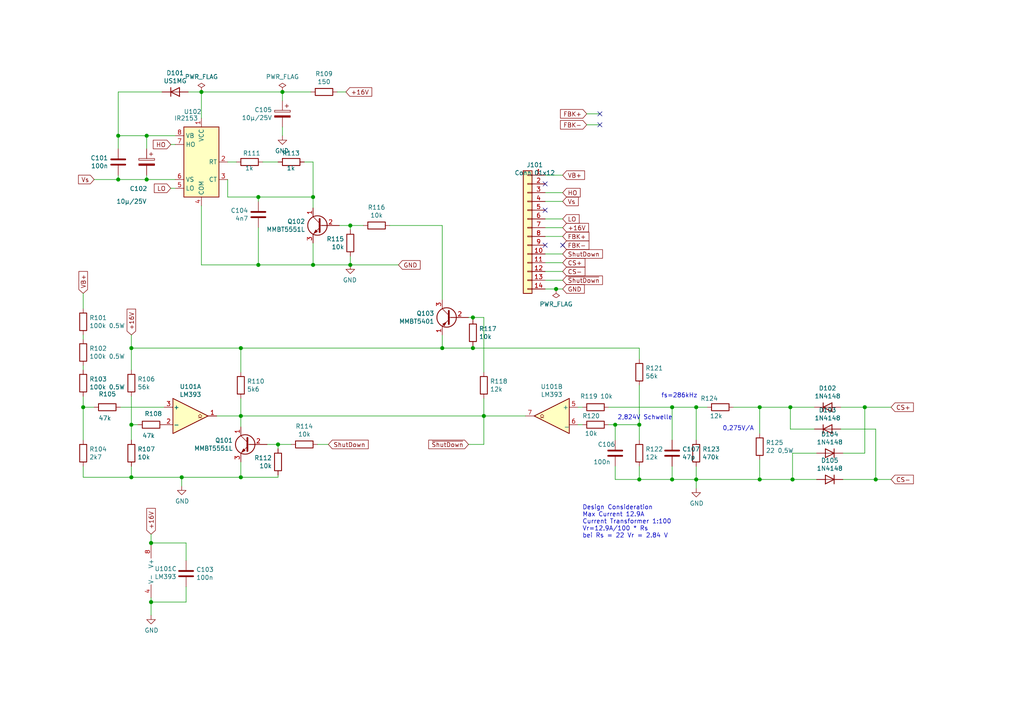
<source format=kicad_sch>
(kicad_sch (version 20210126) (generator eeschema)
  (paper "A4")
  (title_block (title "Power Supply Control Board IR2153") (date "2021-03-10") (rev "Rev. 1.1") (company "vH-Audio"))
  (lib_symbols
    (symbol "Comparator:LM393" (pin_names (offset 0.127))
      (property "Reference" "U" (at 3.81 3.81 0))
      (property "Value" "LM393" (at 6.35 -3.81 0))
      (symbol "LM393_1_1"
        (polyline (pts (xy 3.302 -0.508) (xy 2.794 -0.508) (xy 3.302 0) (xy 2.794 0.508) (xy 2.286 0) (xy 2.794 -0.508) (xy 2.286 -0.508)) (stroke (width 0.127)))
        (polyline (pts (xy -5.08 5.08) (xy 5.08 0) (xy -5.08 -5.08) (xy -5.08 5.08)) (stroke (width 0.254)) (fill (type background)))
        (pin open_collector line (at 7.62 0 180) (length 2.54) (name "~") (number "1"))
        (pin input line (at -7.62 -2.54 0) (length 2.54) (name "-") (number "2"))
        (pin input line (at -7.62 2.54 0) (length 2.54) (name "+") (number "3"))
      )
      (symbol "LM393_2_1"
        (polyline (pts (xy 3.302 -0.508) (xy 2.794 -0.508) (xy 3.302 0) (xy 2.794 0.508) (xy 2.286 0) (xy 2.794 -0.508) (xy 2.286 -0.508)) (stroke (width 0.127)))
        (polyline (pts (xy -5.08 5.08) (xy 5.08 0) (xy -5.08 -5.08) (xy -5.08 5.08)) (stroke (width 0.254)) (fill (type background)))
        (pin input line (at -7.62 2.54 0) (length 2.54) (name "+") (number "5"))
        (pin input line (at -7.62 -2.54 0) (length 2.54) (name "_") (number "6"))
        (pin open_collector line (at 7.62 0 180) (length 2.54) (name "~") (number "7"))
      )
      (symbol "LM393_3_1"
        (pin power_in line (at -2.54 -7.62 90) (length 3.81) (name "V-") (number "4"))
        (pin power_in line (at -2.54 7.62 270) (length 3.81) (name "V+") (number "8"))
      )
    )
    (symbol "Connector_Generic:Conn_01x14" (pin_names (offset 1.016) hide)
      (property "Reference" "J" (at 0 17.78 0))
      (property "Value" "Conn_01x14" (at 0 -20.32 0))
      (symbol "Conn_01x14_1_1"
        (rectangle (start -1.27 -17.653) (end 0 -17.907) (stroke (width 0.1524)))
        (rectangle (start -1.27 -15.113) (end 0 -15.367) (stroke (width 0.1524)))
        (rectangle (start -1.27 -12.573) (end 0 -12.827) (stroke (width 0.1524)))
        (rectangle (start -1.27 -10.033) (end 0 -10.287) (stroke (width 0.1524)))
        (rectangle (start -1.27 -7.493) (end 0 -7.747) (stroke (width 0.1524)))
        (rectangle (start -1.27 -4.953) (end 0 -5.207) (stroke (width 0.1524)))
        (rectangle (start -1.27 -2.413) (end 0 -2.667) (stroke (width 0.1524)))
        (rectangle (start -1.27 0.127) (end 0 -0.127) (stroke (width 0.1524)))
        (rectangle (start -1.27 2.667) (end 0 2.413) (stroke (width 0.1524)))
        (rectangle (start -1.27 5.207) (end 0 4.953) (stroke (width 0.1524)))
        (rectangle (start -1.27 7.747) (end 0 7.493) (stroke (width 0.1524)))
        (rectangle (start -1.27 10.287) (end 0 10.033) (stroke (width 0.1524)))
        (rectangle (start -1.27 12.827) (end 0 12.573) (stroke (width 0.1524)))
        (rectangle (start -1.27 15.367) (end 0 15.113) (stroke (width 0.1524)))
        (rectangle (start -1.27 16.51) (end 1.27 -19.05) (stroke (width 0.254)) (fill (type background)))
        (pin passive line (at -5.08 15.24 0) (length 3.81) (name "Pin_1") (number "1"))
        (pin passive line (at -5.08 -7.62 0) (length 3.81) (name "Pin_10") (number "10"))
        (pin passive line (at -5.08 -10.16 0) (length 3.81) (name "Pin_11") (number "11"))
        (pin passive line (at -5.08 -12.7 0) (length 3.81) (name "Pin_12") (number "12"))
        (pin passive line (at -5.08 -15.24 0) (length 3.81) (name "Pin_13") (number "13"))
        (pin passive line (at -5.08 -17.78 0) (length 3.81) (name "Pin_14") (number "14"))
        (pin passive line (at -5.08 12.7 0) (length 3.81) (name "Pin_2") (number "2"))
        (pin passive line (at -5.08 10.16 0) (length 3.81) (name "Pin_3") (number "3"))
        (pin passive line (at -5.08 7.62 0) (length 3.81) (name "Pin_4") (number "4"))
        (pin passive line (at -5.08 5.08 0) (length 3.81) (name "Pin_5") (number "5"))
        (pin passive line (at -5.08 2.54 0) (length 3.81) (name "Pin_6") (number "6"))
        (pin passive line (at -5.08 0 0) (length 3.81) (name "Pin_7") (number "7"))
        (pin passive line (at -5.08 -2.54 0) (length 3.81) (name "Pin_8") (number "8"))
        (pin passive line (at -5.08 -5.08 0) (length 3.81) (name "Pin_9") (number "9"))
      )
    )
    (symbol "Device:C" (pin_numbers hide) (pin_names (offset 0.254))
      (property "Reference" "C" (at 0.635 2.54 0))
      (property "Value" "C" (at 0.635 -2.54 0))
      (symbol "C_0_1"
        (polyline (pts (xy -2.032 -0.762) (xy 2.032 -0.762)) (stroke (width 0.508)))
        (polyline (pts (xy -2.032 0.762) (xy 2.032 0.762)) (stroke (width 0.508)))
      )
      (symbol "C_1_1"
        (pin passive line (at 0 3.81 270) (length 2.794) (name "~") (number "1"))
        (pin passive line (at 0 -3.81 90) (length 2.794) (name "~") (number "2"))
      )
    )
    (symbol "Device:D" (pin_numbers hide) (pin_names (offset 1.016) hide)
      (property "Reference" "D" (at 0 2.54 0))
      (property "Value" "D" (at 0 -2.54 0))
      (symbol "D_0_1"
        (polyline (pts (xy -1.27 1.27) (xy -1.27 -1.27)) (stroke (width 0.254)))
        (polyline (pts (xy 1.27 0) (xy -1.27 0)))
        (polyline (pts (xy 1.27 1.27) (xy 1.27 -1.27) (xy -1.27 0) (xy 1.27 1.27)) (stroke (width 0.254)))
      )
      (symbol "D_1_1"
        (pin passive line (at -3.81 0 0) (length 2.54) (name "K") (number "1"))
        (pin passive line (at 3.81 0 180) (length 2.54) (name "A") (number "2"))
      )
    )
    (symbol "Device:R" (pin_numbers hide) (pin_names (offset 0))
      (property "Reference" "R" (at 2.032 0 90))
      (property "Value" "R" (at 0 0 90))
      (symbol "R_0_1"
        (rectangle (start -1.016 -2.54) (end 1.016 2.54) (stroke (width 0.254)))
      )
      (symbol "R_1_1"
        (pin passive line (at 0 3.81 270) (length 1.27) (name "~") (number "1"))
        (pin passive line (at 0 -3.81 90) (length 1.27) (name "~") (number "2"))
      )
    )
    (symbol "Diode:1N4148" (pin_numbers hide) (pin_names (offset 1.016) hide)
      (property "Reference" "D" (at 0 2.54 0))
      (property "Value" "1N4148" (at 0 -2.54 0))
      (symbol "1N4148_0_1"
        (polyline (pts (xy -1.27 1.27) (xy -1.27 -1.27)) (stroke (width 0.254)))
        (polyline (pts (xy 1.27 0) (xy -1.27 0)))
        (polyline (pts (xy 1.27 1.27) (xy 1.27 -1.27) (xy -1.27 0) (xy 1.27 1.27)) (stroke (width 0.254)))
      )
      (symbol "1N4148_1_1"
        (pin passive line (at -3.81 0 0) (length 2.54) (name "K") (number "1"))
        (pin passive line (at 3.81 0 180) (length 2.54) (name "A") (number "2"))
      )
    )
    (symbol "Driver_FET:IR2153"
      (property "Reference" "U" (at 1.27 13.335 0))
      (property "Value" "IR2153" (at 1.27 11.43 0))
      (symbol "IR2153_0_1"
        (rectangle (start -5.08 -10.16) (end 5.08 10.16) (stroke (width 0.254)) (fill (type background)))
      )
      (symbol "IR2153_1_1"
        (pin power_in line (at 0 12.7 270) (length 2.54) (name "VCC") (number "1"))
        (pin passive line (at -7.62 0 0) (length 2.54) (name "RT") (number "2"))
        (pin passive line (at -7.62 -5.08 0) (length 2.54) (name "CT") (number "3"))
        (pin power_in line (at 0 -12.7 90) (length 2.54) (name "COM") (number "4"))
        (pin output line (at 7.62 -7.62 180) (length 2.54) (name "LO") (number "5"))
        (pin passive line (at 7.62 -5.08 180) (length 2.54) (name "VS") (number "6"))
        (pin output line (at 7.62 5.08 180) (length 2.54) (name "HO") (number "7"))
        (pin passive line (at 7.62 7.62 180) (length 2.54) (name "VB") (number "8"))
      )
    )
    (symbol "Power-Supply-Control-Board-rescue:CP-Device" (pin_numbers hide) (pin_names (offset 0.254))
      (property "Reference" "C" (at 0.635 2.54 0))
      (property "Value" "CP-Device" (at 0.635 -2.54 0))
      (symbol "CP-Device_0_1"
        (rectangle (start -2.286 0.508) (end 2.286 1.016))
        (rectangle (start 2.286 -0.508) (end -2.286 -1.016) (fill (type outline)))
        (polyline (pts (xy -1.778 2.286) (xy -0.762 2.286)))
        (polyline (pts (xy -1.27 2.794) (xy -1.27 1.778)))
      )
      (symbol "CP-Device_1_1"
        (pin passive line (at 0 3.81 270) (length 2.794) (name "~") (number "1"))
        (pin passive line (at 0 -3.81 90) (length 2.794) (name "~") (number "2"))
      )
    )
    (symbol "Transistor_BJT:BC546" (pin_names (offset 0) hide)
      (property "Reference" "Q" (at 5.08 1.905 0))
      (property "Value" "BC546" (at 5.08 0 0))
      (symbol "BC546_0_1"
        (circle (center 1.27 0) (radius 2.8194) (stroke (width 0.254)))
        (polyline (pts (xy 0 0) (xy 0.635 0)))
        (polyline (pts (xy 0.635 0.635) (xy 2.54 2.54)))
        (polyline (pts (xy 0.635 -0.635) (xy 2.54 -2.54) (xy 2.54 -2.54)))
        (polyline (pts (xy 0.635 1.905) (xy 0.635 -1.905) (xy 0.635 -1.905)) (stroke (width 0.508)))
        (polyline (pts (xy 1.27 -1.778) (xy 1.778 -1.27) (xy 2.286 -2.286) (xy 1.27 -1.778) (xy 1.27 -1.778)) (fill (type outline)))
      )
      (symbol "BC546_1_1"
        (pin passive line (at 2.54 5.08 270) (length 2.54) (name "C") (number "1"))
        (pin input line (at -5.08 0 0) (length 5.08) (name "B") (number "2"))
        (pin passive line (at 2.54 -5.08 90) (length 2.54) (name "E") (number "3"))
      )
    )
    (symbol "Transistor_BJT:MPSA92" (pin_names (offset 1.016) hide)
      (property "Reference" "Q" (at 5.08 1.905 0))
      (property "Value" "MPSA92" (at 5.08 0 0))
      (symbol "MPSA92_0_1"
        (circle (center 1.27 0) (radius 2.8194) (stroke (width 0.254)))
        (polyline (pts (xy 0 0) (xy 0.635 0)))
        (polyline (pts (xy 2.54 -2.54) (xy 0.635 -0.635)))
        (polyline (pts (xy 2.54 2.54) (xy 0.635 0.635)))
        (polyline (pts (xy 0.635 1.905) (xy 0.635 -1.905) (xy 0.635 -1.905)) (stroke (width 0.508)) (fill (type outline)))
        (polyline (pts (xy 1.905 -2.413) (xy 2.413 -1.905) (xy 1.397 -1.397) (xy 1.905 -2.413) (xy 1.905 -2.413)) (fill (type outline)))
      )
      (symbol "MPSA92_1_1"
        (pin passive line (at 2.54 -5.08 90) (length 2.54) (name "E") (number "1"))
        (pin input line (at -5.08 0 0) (length 5.08) (name "B") (number "2"))
        (pin passive line (at 2.54 5.08 270) (length 2.54) (name "C") (number "3"))
      )
    )
    (symbol "power:GND" (power) (pin_names (offset 0))
      (property "Value" "GND" (at 0 -3.81 0))
      (symbol "GND_0_1"
        (polyline (pts (xy 0 0) (xy 0 -1.27) (xy 1.27 -1.27) (xy 0 -2.54) (xy -1.27 -1.27) (xy 0 -1.27)))
      )
      (symbol "GND_1_1"
        (pin power_in line (at 0 0 270) (length 0) hide (name "GND") (number "1"))
      )
    )
    (symbol "power:PWR_FLAG" (power) (pin_numbers hide) (pin_names (offset 0) hide)
      (property "Value" "PWR_FLAG" (at 0 3.81 0))
      (symbol "PWR_FLAG_0_0"
        (pin power_out line (at 0 0 90) (length 0) (name "pwr") (number "1"))
      )
      (symbol "PWR_FLAG_0_1"
        (polyline (pts (xy 0 0) (xy 0 1.27) (xy -1.016 1.905) (xy 0 2.54) (xy 1.016 1.905) (xy 0 1.27)))
      )
    )
  )
  (junction (at 24.13 118.11) (diameter 1.016))
  (junction (at 34.29 39.37) (diameter 1.016))
  (junction (at 34.29 52.07) (diameter 1.016))
  (junction (at 38.1 100.965) (diameter 1.016))
  (junction (at 38.1 123.19) (diameter 1.016))
  (junction (at 38.1 138.43) (diameter 1.016))
  (junction (at 42.545 39.37) (diameter 1.016))
  (junction (at 42.545 52.07) (diameter 1.016))
  (junction (at 43.815 157.48) (diameter 1.016))
  (junction (at 43.815 174.625) (diameter 1.016))
  (junction (at 52.705 138.43) (diameter 1.016))
  (junction (at 58.42 26.67) (diameter 1.016))
  (junction (at 69.85 100.965) (diameter 1.016))
  (junction (at 69.85 120.65) (diameter 1.016))
  (junction (at 69.85 138.43) (diameter 1.016))
  (junction (at 74.93 57.15) (diameter 1.016))
  (junction (at 74.93 76.835) (diameter 1.016))
  (junction (at 80.645 128.905) (diameter 1.016))
  (junction (at 81.915 26.67) (diameter 1.016))
  (junction (at 90.805 57.15) (diameter 1.016))
  (junction (at 90.805 76.835) (diameter 1.016))
  (junction (at 101.6 65.405) (diameter 1.016))
  (junction (at 101.6 76.835) (diameter 1.016))
  (junction (at 128.27 100.965) (diameter 1.016))
  (junction (at 137.16 92.075) (diameter 1.016))
  (junction (at 137.16 100.965) (diameter 1.016))
  (junction (at 140.335 120.65) (diameter 1.016))
  (junction (at 161.29 83.82) (diameter 1.016))
  (junction (at 178.435 123.19) (diameter 1.016))
  (junction (at 185.42 123.19) (diameter 1.016))
  (junction (at 185.42 139.065) (diameter 1.016))
  (junction (at 194.945 118.11) (diameter 1.016))
  (junction (at 194.945 139.065) (diameter 1.016))
  (junction (at 201.93 118.11) (diameter 1.016))
  (junction (at 201.93 139.065) (diameter 1.016))
  (junction (at 220.345 118.11) (diameter 1.016))
  (junction (at 220.345 139.065) (diameter 1.016))
  (junction (at 229.235 118.11) (diameter 1.016))
  (junction (at 229.87 139.065) (diameter 1.016))
  (junction (at 250.825 118.11) (diameter 1.016))
  (junction (at 254 139.065) (diameter 1.016))
  (no_connect (at 158.115 53.34))
  (no_connect (at 158.115 60.96))
  (no_connect (at 158.115 71.12))
  (no_connect (at 163.195 71.12))
  (no_connect (at 173.99 33.02))
  (no_connect (at 173.99 36.195))
  (wire (pts (xy 24.13 89.535) (xy 24.13 85.09)))
  (wire (pts (xy 24.13 98.425) (xy 24.13 97.155)))
  (wire (pts (xy 24.13 107.315) (xy 24.13 106.045)))
  (wire (pts (xy 24.13 118.11) (xy 24.13 114.935)))
  (wire (pts (xy 24.13 127.635) (xy 24.13 118.11)))
  (wire (pts (xy 24.13 138.43) (xy 24.13 135.255)))
  (wire (pts (xy 27.305 118.11) (xy 24.13 118.11)))
  (wire (pts (xy 34.29 26.67) (xy 34.29 39.37)))
  (wire (pts (xy 34.29 39.37) (xy 34.29 43.18)))
  (wire (pts (xy 34.29 52.07) (xy 27.305 52.07)))
  (wire (pts (xy 34.29 52.07) (xy 34.29 50.8)))
  (wire (pts (xy 38.1 97.155) (xy 38.1 100.965)))
  (wire (pts (xy 38.1 100.965) (xy 38.1 107.315)))
  (wire (pts (xy 38.1 100.965) (xy 69.85 100.965)))
  (wire (pts (xy 38.1 114.935) (xy 38.1 123.19)))
  (wire (pts (xy 38.1 123.19) (xy 38.1 127.635)))
  (wire (pts (xy 38.1 135.255) (xy 38.1 138.43)))
  (wire (pts (xy 38.1 138.43) (xy 24.13 138.43)))
  (wire (pts (xy 40.005 123.19) (xy 38.1 123.19)))
  (wire (pts (xy 42.545 39.37) (xy 34.29 39.37)))
  (wire (pts (xy 42.545 43.18) (xy 42.545 39.37)))
  (wire (pts (xy 42.545 52.07) (xy 34.29 52.07)))
  (wire (pts (xy 42.545 52.07) (xy 42.545 50.8)))
  (wire (pts (xy 43.815 154.94) (xy 43.815 157.48)))
  (wire (pts (xy 43.815 157.48) (xy 43.815 158.115)))
  (wire (pts (xy 43.815 173.355) (xy 43.815 174.625)))
  (wire (pts (xy 43.815 174.625) (xy 43.815 178.435)))
  (wire (pts (xy 46.99 26.67) (xy 34.29 26.67)))
  (wire (pts (xy 47.625 118.11) (xy 34.925 118.11)))
  (wire (pts (xy 50.8 39.37) (xy 42.545 39.37)))
  (wire (pts (xy 50.8 41.91) (xy 49.53 41.91)))
  (wire (pts (xy 50.8 52.07) (xy 42.545 52.07)))
  (wire (pts (xy 50.8 54.61) (xy 49.53 54.61)))
  (wire (pts (xy 52.705 138.43) (xy 38.1 138.43)))
  (wire (pts (xy 52.705 138.43) (xy 52.705 140.97)))
  (wire (pts (xy 52.705 138.43) (xy 69.85 138.43)))
  (wire (pts (xy 53.975 157.48) (xy 43.815 157.48)))
  (wire (pts (xy 53.975 162.56) (xy 53.975 157.48)))
  (wire (pts (xy 53.975 170.18) (xy 53.975 174.625)))
  (wire (pts (xy 53.975 174.625) (xy 43.815 174.625)))
  (wire (pts (xy 58.42 26.67) (xy 54.61 26.67)))
  (wire (pts (xy 58.42 26.67) (xy 81.915 26.67)))
  (wire (pts (xy 58.42 34.29) (xy 58.42 26.67)))
  (wire (pts (xy 58.42 59.69) (xy 58.42 76.835)))
  (wire (pts (xy 58.42 76.835) (xy 74.93 76.835)))
  (wire (pts (xy 66.04 52.07) (xy 66.04 57.15)))
  (wire (pts (xy 66.04 57.15) (xy 74.93 57.15)))
  (wire (pts (xy 68.58 46.99) (xy 66.04 46.99)))
  (wire (pts (xy 69.85 100.965) (xy 69.85 107.95)))
  (wire (pts (xy 69.85 100.965) (xy 128.27 100.965)))
  (wire (pts (xy 69.85 115.57) (xy 69.85 120.65)))
  (wire (pts (xy 69.85 120.65) (xy 62.865 120.65)))
  (wire (pts (xy 69.85 120.65) (xy 69.85 123.825)))
  (wire (pts (xy 69.85 120.65) (xy 140.335 120.65)))
  (wire (pts (xy 69.85 133.985) (xy 69.85 138.43)))
  (wire (pts (xy 69.85 138.43) (xy 80.645 138.43)))
  (wire (pts (xy 74.93 57.15) (xy 90.805 57.15)))
  (wire (pts (xy 74.93 58.42) (xy 74.93 57.15)))
  (wire (pts (xy 74.93 76.835) (xy 74.93 66.04)))
  (wire (pts (xy 76.2 46.99) (xy 80.645 46.99)))
  (wire (pts (xy 77.47 128.905) (xy 80.645 128.905)))
  (wire (pts (xy 80.645 128.905) (xy 84.455 128.905)))
  (wire (pts (xy 80.645 130.175) (xy 80.645 128.905)))
  (wire (pts (xy 80.645 138.43) (xy 80.645 137.795)))
  (wire (pts (xy 81.915 26.67) (xy 90.17 26.67)))
  (wire (pts (xy 81.915 29.21) (xy 81.915 26.67)))
  (wire (pts (xy 81.915 36.83) (xy 81.915 39.37)))
  (wire (pts (xy 88.265 46.99) (xy 90.805 46.99)))
  (wire (pts (xy 90.805 46.99) (xy 90.805 57.15)))
  (wire (pts (xy 90.805 57.15) (xy 90.805 60.325)))
  (wire (pts (xy 90.805 70.485) (xy 90.805 76.835)))
  (wire (pts (xy 90.805 76.835) (xy 74.93 76.835)))
  (wire (pts (xy 92.075 128.905) (xy 95.25 128.905)))
  (wire (pts (xy 97.79 26.67) (xy 100.33 26.67)))
  (wire (pts (xy 98.425 65.405) (xy 101.6 65.405)))
  (wire (pts (xy 101.6 65.405) (xy 105.41 65.405)))
  (wire (pts (xy 101.6 66.675) (xy 101.6 65.405)))
  (wire (pts (xy 101.6 74.295) (xy 101.6 76.835)))
  (wire (pts (xy 101.6 76.835) (xy 90.805 76.835)))
  (wire (pts (xy 115.57 76.835) (xy 101.6 76.835)))
  (wire (pts (xy 128.27 65.405) (xy 113.03 65.405)))
  (wire (pts (xy 128.27 65.405) (xy 128.27 86.995)))
  (wire (pts (xy 128.27 97.155) (xy 128.27 100.965)))
  (wire (pts (xy 128.27 100.965) (xy 137.16 100.965)))
  (wire (pts (xy 135.89 92.075) (xy 137.16 92.075)))
  (wire (pts (xy 137.16 92.075) (xy 140.335 92.075)))
  (wire (pts (xy 137.16 92.71) (xy 137.16 92.075)))
  (wire (pts (xy 137.16 100.33) (xy 137.16 100.965)))
  (wire (pts (xy 137.16 100.965) (xy 185.42 100.965)))
  (wire (pts (xy 140.335 92.075) (xy 140.335 107.95)))
  (wire (pts (xy 140.335 115.57) (xy 140.335 120.65)))
  (wire (pts (xy 140.335 120.65) (xy 140.335 128.905)))
  (wire (pts (xy 140.335 120.65) (xy 152.4 120.65)))
  (wire (pts (xy 140.335 128.905) (xy 135.89 128.905)))
  (wire (pts (xy 158.115 50.8) (xy 163.195 50.8)))
  (wire (pts (xy 158.115 55.88) (xy 163.195 55.88)))
  (wire (pts (xy 158.115 58.42) (xy 163.195 58.42)))
  (wire (pts (xy 158.115 63.5) (xy 163.195 63.5)))
  (wire (pts (xy 158.115 66.04) (xy 163.195 66.04)))
  (wire (pts (xy 158.115 68.58) (xy 163.195 68.58)))
  (wire (pts (xy 158.115 73.66) (xy 163.195 73.66)))
  (wire (pts (xy 158.115 76.2) (xy 163.195 76.2)))
  (wire (pts (xy 158.115 78.74) (xy 163.195 78.74)))
  (wire (pts (xy 158.115 83.82) (xy 161.29 83.82)))
  (wire (pts (xy 161.29 83.82) (xy 163.195 83.82)))
  (wire (pts (xy 163.195 81.28) (xy 158.115 81.28)))
  (wire (pts (xy 167.64 118.11) (xy 168.91 118.11)))
  (wire (pts (xy 168.91 123.19) (xy 167.64 123.19)))
  (wire (pts (xy 170.18 33.02) (xy 173.99 33.02)))
  (wire (pts (xy 170.18 36.195) (xy 173.99 36.195)))
  (wire (pts (xy 176.53 118.11) (xy 194.945 118.11)))
  (wire (pts (xy 176.53 123.19) (xy 178.435 123.19)))
  (wire (pts (xy 178.435 123.19) (xy 185.42 123.19)))
  (wire (pts (xy 178.435 127.635) (xy 178.435 123.19)))
  (wire (pts (xy 178.435 135.255) (xy 178.435 139.065)))
  (wire (pts (xy 185.42 100.965) (xy 185.42 104.14)))
  (wire (pts (xy 185.42 111.76) (xy 185.42 123.19)))
  (wire (pts (xy 185.42 123.19) (xy 185.42 127.635)))
  (wire (pts (xy 185.42 135.255) (xy 185.42 139.065)))
  (wire (pts (xy 185.42 139.065) (xy 178.435 139.065)))
  (wire (pts (xy 185.42 139.065) (xy 194.945 139.065)))
  (wire (pts (xy 194.945 118.11) (xy 201.93 118.11)))
  (wire (pts (xy 194.945 127.635) (xy 194.945 118.11)))
  (wire (pts (xy 194.945 139.065) (xy 194.945 135.255)))
  (wire (pts (xy 194.945 139.065) (xy 201.93 139.065)))
  (wire (pts (xy 201.93 118.11) (xy 205.105 118.11)))
  (wire (pts (xy 201.93 127.635) (xy 201.93 118.11)))
  (wire (pts (xy 201.93 139.065) (xy 201.93 135.255)))
  (wire (pts (xy 201.93 139.065) (xy 201.93 141.605)))
  (wire (pts (xy 201.93 139.065) (xy 220.345 139.065)))
  (wire (pts (xy 212.725 118.11) (xy 220.345 118.11)))
  (wire (pts (xy 220.345 118.11) (xy 229.235 118.11)))
  (wire (pts (xy 220.345 125.73) (xy 220.345 118.11)))
  (wire (pts (xy 220.345 139.065) (xy 220.345 133.35)))
  (wire (pts (xy 220.345 139.065) (xy 229.87 139.065)))
  (wire (pts (xy 229.235 118.11) (xy 236.22 118.11)))
  (wire (pts (xy 229.235 124.46) (xy 229.235 118.11)))
  (wire (pts (xy 229.87 131.445) (xy 229.87 139.065)))
  (wire (pts (xy 229.87 139.065) (xy 236.855 139.065)))
  (wire (pts (xy 236.22 124.46) (xy 229.235 124.46)))
  (wire (pts (xy 236.855 131.445) (xy 229.87 131.445)))
  (wire (pts (xy 243.84 118.11) (xy 250.825 118.11)))
  (wire (pts (xy 243.84 124.46) (xy 254 124.46)))
  (wire (pts (xy 244.475 131.445) (xy 250.825 131.445)))
  (wire (pts (xy 250.825 118.11) (xy 258.445 118.11)))
  (wire (pts (xy 250.825 131.445) (xy 250.825 118.11)))
  (wire (pts (xy 254 124.46) (xy 254 139.065)))
  (wire (pts (xy 254 139.065) (xy 244.475 139.065)))
  (wire (pts (xy 258.445 139.065) (xy 254 139.065)))
  (text "Design Consideration\nMax Current 12.9A\nCurrent Transformer 1:100\nVr=12.9A/100 * Rs\nbei Rs = 22 Vr = 2.84 V" (at 168.91 156.21 0) (effects (font (size 1.27 1.27)) (justify left bottom)))
  (text "2,824V Schwelle" (at 179.07 121.92 0) (effects (font (size 1.27 1.27)) (justify left bottom)))
  (text "fs=286kHz" (at 191.77 115.57 0) (effects (font (size 1.27 1.27)) (justify left bottom)))
  (text "0,275V/A" (at 209.55 125.095 0) (effects (font (size 1.27 1.27)) (justify left bottom)))
  (global_label "VB+" (shape input) (at 24.13 85.09 90) (property "Intersheet References" "${INTERSHEET_REFS}" (effects hide)))
  (global_label "Vs" (shape input) (at 27.305 52.07 180) (property "Intersheet References" "${INTERSHEET_REFS}" (effects hide)))
  (global_label "+16V" (shape input) (at 38.1 97.155 90) (property "Intersheet References" "${INTERSHEET_REFS}" (effects hide)))
  (global_label "+16V" (shape input) (at 43.815 154.94 90) (property "Intersheet References" "${INTERSHEET_REFS}" (effects hide)))
  (global_label "HO" (shape input) (at 49.53 41.91 180) (property "Intersheet References" "${INTERSHEET_REFS}" (effects hide)))
  (global_label "LO" (shape input) (at 49.53 54.61 180) (property "Intersheet References" "${INTERSHEET_REFS}" (effects hide)))
  (global_label "ShutDown" (shape input) (at 95.25 128.905 0) (property "Intersheet References" "${INTERSHEET_REFS}" (effects hide)))
  (global_label "+16V" (shape input) (at 100.33 26.67 0) (property "Intersheet References" "${INTERSHEET_REFS}" (effects hide)))
  (global_label "GND" (shape input) (at 115.57 76.835 0) (property "Intersheet References" "${INTERSHEET_REFS}" (effects hide)))
  (global_label "~ShutDown" (shape input) (at 135.89 128.905 180) (property "Intersheet References" "${INTERSHEET_REFS}" (effects hide)))
  (global_label "VB+" (shape input) (at 163.195 50.8 0) (property "Intersheet References" "${INTERSHEET_REFS}" (effects hide)))
  (global_label "HO" (shape input) (at 163.195 55.88 0) (property "Intersheet References" "${INTERSHEET_REFS}" (effects hide)))
  (global_label "Vs" (shape input) (at 163.195 58.42 0) (property "Intersheet References" "${INTERSHEET_REFS}" (effects hide)))
  (global_label "LO" (shape input) (at 163.195 63.5 0) (property "Intersheet References" "${INTERSHEET_REFS}" (effects hide)))
  (global_label "+16V" (shape input) (at 163.195 66.04 0) (property "Intersheet References" "${INTERSHEET_REFS}" (effects hide)))
  (global_label "FBK+" (shape input) (at 163.195 68.58 0) (property "Intersheet References" "${INTERSHEET_REFS}" (effects hide)))
  (global_label "FBK-" (shape input) (at 163.195 71.12 0) (property "Intersheet References" "${INTERSHEET_REFS}" (effects hide)))
  (global_label "ShutDown" (shape input) (at 163.195 73.66 0) (property "Intersheet References" "${INTERSHEET_REFS}" (effects hide)))
  (global_label "CS+" (shape input) (at 163.195 76.2 0) (property "Intersheet References" "${INTERSHEET_REFS}" (effects hide)))
  (global_label "CS-" (shape input) (at 163.195 78.74 0) (property "Intersheet References" "${INTERSHEET_REFS}" (effects hide)))
  (global_label "~ShutDown" (shape input) (at 163.195 81.28 0) (property "Intersheet References" "${INTERSHEET_REFS}" (effects hide)))
  (global_label "GND" (shape input) (at 163.195 83.82 0) (property "Intersheet References" "${INTERSHEET_REFS}" (effects hide)))
  (global_label "FBK+" (shape input) (at 170.18 33.02 180) (property "Intersheet References" "${INTERSHEET_REFS}" (effects hide)))
  (global_label "FBK-" (shape input) (at 170.18 36.195 180) (property "Intersheet References" "${INTERSHEET_REFS}" (effects hide)))
  (global_label "CS+" (shape input) (at 258.445 118.11 0) (property "Intersheet References" "${INTERSHEET_REFS}" (effects hide)))
  (global_label "CS-" (shape input) (at 258.445 139.065 0) (property "Intersheet References" "${INTERSHEET_REFS}" (effects hide)))
  (symbol (lib_id "power:PWR_FLAG") (at 58.42 26.67 0) (mirror y) (unit 1)
    (property "Reference" "#FLG0101" (effects hide))
    (property "Value" "PWR_FLAG" (at 58.42 22.2758 0))
  )
  (symbol (lib_id "power:PWR_FLAG") (at 81.915 26.67 0) (mirror y) (unit 1)
    (property "Reference" "#FLG0102" (effects hide))
    (property "Value" "PWR_FLAG" (at 81.915 22.2758 0))
  )
  (symbol (lib_id "power:PWR_FLAG") (at 161.29 83.82 0) (mirror x) (unit 1)
    (property "Reference" "#FLG0103" (effects hide))
    (property "Value" "PWR_FLAG" (at 161.29 88.2142 0))
  )
  (symbol (lib_id "power:GND") (at 43.815 178.435 0) (unit 1)
    (property "Reference" "#PWR0101" (effects hide))
    (property "Value" "GND" (at 43.942 182.8292 0))
  )
  (symbol (lib_id "power:GND") (at 52.705 140.97 0) (unit 1)
    (property "Reference" "#PWR0102" (effects hide))
    (property "Value" "GND" (at 52.832 145.3642 0))
  )
  (symbol (lib_id "power:GND") (at 81.915 39.37 0) (mirror y) (unit 1)
    (property "Reference" "#PWR0103" (effects hide))
    (property "Value" "GND" (at 81.788 43.7642 0))
  )
  (symbol (lib_id "power:GND") (at 101.6 76.835 0) (mirror y) (unit 1)
    (property "Reference" "#PWR0104" (effects hide))
    (property "Value" "GND" (at 101.473 81.2292 0))
  )
  (symbol (lib_id "power:GND") (at 201.93 141.605 0) (unit 1)
    (property "Reference" "#PWR0105" (effects hide))
    (property "Value" "GND" (at 202.057 145.9992 0))
  )
  (symbol (lib_id "Comparator:LM393") (at 41.275 165.735 0) (mirror y) (unit 3)
    (property "Reference" "U101" (at 44.8311 164.9741 0) (effects (justify right)))
    (property "Value" "LM393" (at 44.8311 167.2728 0) (effects (justify right)))
    (property "Footprint" "Package_SO:SOIC-8_3.9x4.9mm_P1.27mm" (effects hide))
    (property "Datasheet" "http://www.ti.com/lit/ds/symlink/lm393.pdf" (effects hide))
  )
  (symbol (lib_id "Device:R") (at 24.13 93.345 0) (unit 1)
    (property "Reference" "R101" (at 25.908 92.1766 0) (effects (justify left)))
    (property "Value" "100k 0.5W" (at 25.908 94.488 0) (effects (justify left)))
    (property "Footprint" "Resistor_SMD:R_1206_3216Metric" (effects hide))
  )
  (symbol (lib_id "Device:R") (at 24.13 102.235 0) (unit 1)
    (property "Reference" "R102" (at 25.908 101.0666 0) (effects (justify left)))
    (property "Value" "100k 0.5W" (at 25.908 103.378 0) (effects (justify left)))
    (property "Footprint" "Resistor_SMD:R_1206_3216Metric" (effects hide))
  )
  (symbol (lib_id "Device:R") (at 24.13 111.125 0) (unit 1)
    (property "Reference" "R103" (at 25.908 109.9566 0) (effects (justify left)))
    (property "Value" "100k 0.5W" (at 25.908 112.268 0) (effects (justify left)))
    (property "Footprint" "Resistor_SMD:R_1206_3216Metric" (effects hide))
  )
  (symbol (lib_id "Device:R") (at 24.13 131.445 0) (unit 1)
    (property "Reference" "R104" (at 25.908 130.2766 0) (effects (justify left)))
    (property "Value" "2k7" (at 25.908 132.588 0) (effects (justify left)))
    (property "Footprint" "Resistor_SMD:R_0805_2012Metric" (effects hide))
  )
  (symbol (lib_id "Device:R") (at 31.115 118.11 270) (unit 1)
    (property "Reference" "R105" (at 28.575 114.3 90) (effects (justify left)))
    (property "Value" "47k" (at 28.575 121.285 90) (effects (justify left)))
    (property "Footprint" "Resistor_SMD:R_0805_2012Metric" (effects hide))
  )
  (symbol (lib_id "Device:R") (at 38.1 111.125 0) (unit 1)
    (property "Reference" "R106" (at 39.878 109.9566 0) (effects (justify left)))
    (property "Value" "56k" (at 39.878 112.268 0) (effects (justify left)))
    (property "Footprint" "Resistor_SMD:R_0805_2012Metric" (effects hide))
  )
  (symbol (lib_id "Device:R") (at 38.1 131.445 0) (unit 1)
    (property "Reference" "R107" (at 39.878 130.2766 0) (effects (justify left)))
    (property "Value" "10k" (at 39.878 132.588 0) (effects (justify left)))
    (property "Footprint" "Resistor_SMD:R_0805_2012Metric" (effects hide))
  )
  (symbol (lib_id "Device:R") (at 43.815 123.19 270) (unit 1)
    (property "Reference" "R108" (at 41.91 120.015 90) (effects (justify left)))
    (property "Value" "47k" (at 41.275 126.365 90) (effects (justify left)))
    (property "Footprint" "Resistor_SMD:R_0805_2012Metric" (effects hide))
  )
  (symbol (lib_id "Device:R") (at 69.85 111.76 0) (unit 1)
    (property "Reference" "R110" (at 71.628 110.5916 0) (effects (justify left)))
    (property "Value" "5k6" (at 71.628 112.903 0) (effects (justify left)))
    (property "Footprint" "Resistor_SMD:R_0805_2012Metric" (effects hide))
  )
  (symbol (lib_id "Device:R") (at 72.39 46.99 90) (mirror x) (unit 1)
    (property "Reference" "R111" (at 75.565 44.45 90) (effects (justify left)))
    (property "Value" "1k" (at 73.533 48.768 90) (effects (justify left)))
    (property "Footprint" "Resistor_SMD:R_0805_2012Metric" (effects hide))
  )
  (symbol (lib_id "Device:R") (at 80.645 133.985 0) (mirror y) (unit 1)
    (property "Reference" "R112" (at 78.867 132.8166 0) (effects (justify left)))
    (property "Value" "10k" (at 78.867 135.128 0) (effects (justify left)))
    (property "Footprint" "Resistor_SMD:R_0805_2012Metric" (effects hide))
  )
  (symbol (lib_id "Device:R") (at 84.455 46.99 90) (mirror x) (unit 1)
    (property "Reference" "R113" (at 86.995 44.45 90) (effects (justify left)))
    (property "Value" "1k" (at 85.598 48.768 90) (effects (justify left)))
    (property "Footprint" "Resistor_SMD:R_0805_2012Metric" (effects hide))
  )
  (symbol (lib_id "Device:R") (at 88.265 128.905 90) (mirror x) (unit 1)
    (property "Reference" "R114" (at 88.265 123.6472 90))
    (property "Value" "10k" (at 88.265 125.9586 90))
    (property "Footprint" "Resistor_SMD:R_0805_2012Metric" (effects hide))
  )
  (symbol (lib_id "Device:R") (at 93.98 26.67 90) (mirror x) (unit 1)
    (property "Reference" "R109" (at 93.98 21.4122 90))
    (property "Value" "150" (at 93.98 23.7236 90))
    (property "Footprint" "Resistor_SMD:R_0805_2012Metric" (effects hide))
  )
  (symbol (lib_id "Device:R") (at 101.6 70.485 0) (mirror y) (unit 1)
    (property "Reference" "R115" (at 99.822 69.3166 0) (effects (justify left)))
    (property "Value" "10k" (at 99.822 71.628 0) (effects (justify left)))
    (property "Footprint" "Resistor_SMD:R_0805_2012Metric" (effects hide))
  )
  (symbol (lib_id "Device:R") (at 109.22 65.405 90) (mirror x) (unit 1)
    (property "Reference" "R116" (at 109.22 60.1472 90))
    (property "Value" "10k" (at 109.22 62.4586 90))
    (property "Footprint" "Resistor_SMD:R_0805_2012Metric" (effects hide))
  )
  (symbol (lib_id "Device:R") (at 137.16 96.52 0) (unit 1)
    (property "Reference" "R117" (at 138.938 95.3516 0) (effects (justify left)))
    (property "Value" "10k" (at 138.938 97.663 0) (effects (justify left)))
    (property "Footprint" "Resistor_SMD:R_0805_2012Metric" (effects hide))
  )
  (symbol (lib_id "Device:R") (at 140.335 111.76 0) (unit 1)
    (property "Reference" "R118" (at 142.113 110.5916 0) (effects (justify left)))
    (property "Value" "12k" (at 142.113 112.903 0) (effects (justify left)))
    (property "Footprint" "Resistor_SMD:R_0805_2012Metric" (effects hide))
  )
  (symbol (lib_id "Device:R") (at 172.72 118.11 90) (mirror x) (unit 1)
    (property "Reference" "R119" (at 170.815 114.935 90))
    (property "Value" "10k" (at 175.895 114.935 90))
    (property "Footprint" "Resistor_SMD:R_0805_2012Metric" (effects hide))
  )
  (symbol (lib_id "Device:R") (at 172.72 123.19 90) (mirror x) (unit 1)
    (property "Reference" "R120" (at 171.45 120.65 90))
    (property "Value" "10k" (at 171.45 125.73 90))
    (property "Footprint" "Resistor_SMD:R_0805_2012Metric" (effects hide))
  )
  (symbol (lib_id "Device:R") (at 185.42 107.95 0) (unit 1)
    (property "Reference" "R121" (at 187.198 106.7816 0) (effects (justify left)))
    (property "Value" "56k" (at 187.198 109.093 0) (effects (justify left)))
    (property "Footprint" "Resistor_SMD:R_0805_2012Metric" (effects hide))
  )
  (symbol (lib_id "Device:R") (at 185.42 131.445 0) (unit 1)
    (property "Reference" "R122" (at 187.198 130.2766 0) (effects (justify left)))
    (property "Value" "12k" (at 187.198 132.588 0) (effects (justify left)))
    (property "Footprint" "Resistor_SMD:R_0805_2012Metric" (effects hide))
  )
  (symbol (lib_id "Device:R") (at 201.93 131.445 0) (unit 1)
    (property "Reference" "R123" (at 203.708 130.2766 0) (effects (justify left)))
    (property "Value" "470k" (at 203.708 132.588 0) (effects (justify left)))
    (property "Footprint" "Resistor_SMD:R_0805_2012Metric" (effects hide))
  )
  (symbol (lib_id "Device:R") (at 208.915 118.11 90) (unit 1)
    (property "Reference" "R124" (at 208.28 115.57 90) (effects (justify left)))
    (property "Value" "12k" (at 209.55 120.65 90) (effects (justify left)))
    (property "Footprint" "Resistor_SMD:R_0805_2012Metric" (effects hide))
  )
  (symbol (lib_id "Device:R") (at 220.345 129.54 0) (unit 1)
    (property "Reference" "R125" (at 222.123 128.3716 0) (effects (justify left)))
    (property "Value" "22 0,5W" (at 222.123 130.683 0) (effects (justify left)))
    (property "Footprint" "Resistor_SMD:R_1206_3216Metric" (effects hide))
  )
  (symbol (lib_id "Device:D") (at 50.8 26.67 0) (mirror x) (unit 1)
    (property "Reference" "D101" (at 50.8 21.1582 0))
    (property "Value" "US1MG" (at 50.8 23.4696 0))
    (property "Footprint" "Diode_SMD:D_SMA" (effects hide))
  )
  (symbol (lib_id "Diode:1N4148") (at 240.03 118.11 0) (unit 1)
    (property "Reference" "D102" (at 240.03 112.5982 0))
    (property "Value" "1N4148" (at 240.03 114.9096 0))
    (property "Footprint" "Diode_SMD:D_SOD-123" (effects hide))
    (property "Datasheet" "https://assets.nexperia.com/documents/data-sheet/1N4148_1N4448.pdf" (effects hide))
  )
  (symbol (lib_id "Diode:1N4148") (at 240.03 124.46 0) (unit 1)
    (property "Reference" "D103" (at 240.03 118.9482 0))
    (property "Value" "1N4148" (at 240.03 121.2596 0))
    (property "Footprint" "Diode_SMD:D_SOD-123" (effects hide))
    (property "Datasheet" "https://assets.nexperia.com/documents/data-sheet/1N4148_1N4448.pdf" (effects hide))
  )
  (symbol (lib_id "Diode:1N4148") (at 240.665 131.445 180) (unit 1)
    (property "Reference" "D104" (at 240.665 125.9332 0))
    (property "Value" "1N4148" (at 240.665 128.2446 0))
    (property "Footprint" "Diode_SMD:D_SOD-123" (effects hide))
    (property "Datasheet" "https://assets.nexperia.com/documents/data-sheet/1N4148_1N4448.pdf" (effects hide))
  )
  (symbol (lib_id "Diode:1N4148") (at 240.665 139.065 180) (unit 1)
    (property "Reference" "D105" (at 240.665 133.5532 0))
    (property "Value" "1N4148" (at 240.665 135.8646 0))
    (property "Footprint" "Diode_SMD:D_SOD-123" (effects hide))
    (property "Datasheet" "https://assets.nexperia.com/documents/data-sheet/1N4148_1N4448.pdf" (effects hide))
  )
  (symbol (lib_id "Device:C") (at 34.29 46.99 0) (mirror y) (unit 1)
    (property "Reference" "C101" (at 31.369 45.8216 0) (effects (justify left)))
    (property "Value" "100n" (at 31.369 48.133 0) (effects (justify left)))
    (property "Footprint" "Capacitor_SMD:C_0805_2012Metric" (effects hide))
  )
  (symbol (lib_id "Power-Supply-Control-Board-rescue:CP-Device") (at 42.545 46.99 0) (mirror y) (unit 1)
    (property "Reference" "C102" (at 42.7228 54.7116 0) (effects (justify left)))
    (property "Value" "10µ/25V" (at 42.545 58.42 0) (effects (justify left)))
    (property "Footprint" "Capacitor_SMD:C_0805_2012Metric" (effects hide))
  )
  (symbol (lib_id "Device:C") (at 53.975 166.37 0) (unit 1)
    (property "Reference" "C103" (at 56.896 165.2016 0) (effects (justify left)))
    (property "Value" "100n" (at 56.896 167.513 0) (effects (justify left)))
    (property "Footprint" "Capacitor_SMD:C_0805_2012Metric" (effects hide))
  )
  (symbol (lib_id "Device:C") (at 74.93 62.23 0) (mirror y) (unit 1)
    (property "Reference" "C104" (at 72.009 61.0616 0) (effects (justify left)))
    (property "Value" "4n7" (at 72.009 63.373 0) (effects (justify left)))
    (property "Footprint" "Capacitor_SMD:C_0805_2012Metric" (effects hide))
  )
  (symbol (lib_id "Power-Supply-Control-Board-rescue:CP-Device") (at 81.915 33.02 0) (mirror y) (unit 1)
    (property "Reference" "C105" (at 78.9178 31.8516 0) (effects (justify left)))
    (property "Value" "10µ/25V" (at 78.9178 34.163 0) (effects (justify left)))
    (property "Footprint" "Capacitor_SMD:C_0805_2012Metric" (effects hide))
  )
  (symbol (lib_id "Device:C") (at 178.435 131.445 0) (unit 1)
    (property "Reference" "C106" (at 173.355 128.905 0) (effects (justify left)))
    (property "Value" "100n" (at 172.085 133.985 0) (effects (justify left)))
    (property "Footprint" "Capacitor_SMD:C_0805_2012Metric" (effects hide))
  )
  (symbol (lib_id "Device:C") (at 194.945 131.445 0) (unit 1)
    (property "Reference" "C107" (at 197.866 130.2766 0) (effects (justify left)))
    (property "Value" "47p" (at 197.866 132.588 0) (effects (justify left)))
    (property "Footprint" "Capacitor_SMD:C_0402_1005Metric" (effects hide))
  )
  (symbol (lib_id "Transistor_BJT:BC546") (at 72.39 128.905 0) (mirror y) (unit 1)
    (property "Reference" "Q101" (at 67.5386 127.7366 0) (effects (justify left)))
    (property "Value" "MMBT5551L" (at 67.5386 130.048 0) (effects (justify left)))
    (property "Footprint" "Package_TO_SOT_SMD:SOT-23" (effects hide))
    (property "Datasheet" "http://www.fairchildsemi.com/ds/BC/BC547.pdf" (effects hide))
  )
  (symbol (lib_id "Transistor_BJT:BC546") (at 93.345 65.405 0) (mirror y) (unit 1)
    (property "Reference" "Q102" (at 88.4936 64.2366 0) (effects (justify left)))
    (property "Value" "MMBT5551L" (at 88.4936 66.548 0) (effects (justify left)))
    (property "Footprint" "Package_TO_SOT_SMD:SOT-23" (effects hide))
    (property "Datasheet" "http://www.fairchildsemi.com/ds/BC/BC547.pdf" (effects hide))
  )
  (symbol (lib_id "Transistor_BJT:MPSA92") (at 130.81 92.075 0) (mirror y) (unit 1)
    (property "Reference" "Q103" (at 125.9586 90.9066 0) (effects (justify left)))
    (property "Value" "MMBT5401" (at 125.9586 93.218 0) (effects (justify left)))
    (property "Footprint" "Package_TO_SOT_SMD:SOT-23" (effects hide))
    (property "Datasheet" "http://www.onsemi.com/pub_link/Collateral/MPSA92-D.PDF" (effects hide))
  )
  (symbol (lib_id "Comparator:LM393") (at 55.245 120.65 0) (unit 1)
    (property "Reference" "U101" (at 55.245 112.1368 0))
    (property "Value" "LM393" (at 55.245 114.4355 0))
    (property "Footprint" "Package_SO:SOIC-8_3.9x4.9mm_P1.27mm" (effects hide))
    (property "Datasheet" "http://www.ti.com/lit/ds/symlink/lm393.pdf" (effects hide))
  )
  (symbol (lib_id "Comparator:LM393") (at 160.02 120.65 0) (mirror y) (unit 2)
    (property "Reference" "U101" (at 160.02 112.1368 0))
    (property "Value" "LM393" (at 160.02 114.4355 0))
    (property "Footprint" "Package_SO:SOIC-8_3.9x4.9mm_P1.27mm" (effects hide))
    (property "Datasheet" "http://www.ti.com/lit/ds/symlink/lm393.pdf" (effects hide))
  )
  (symbol (lib_id "Connector_Generic:Conn_01x14") (at 153.035 66.04 0) (mirror y) (unit 1)
    (property "Reference" "J101" (at 155.1178 47.8282 0))
    (property "Value" "Conn_01x12" (at 155.1178 50.1396 0))
    (property "Footprint" "Connector_PinHeader_2.54mm:PinHeader_1x14_P2.54mm_Horizontal" (effects hide))
  )
  (symbol (lib_id "Driver_FET:IR2153") (at 58.42 46.99 0) (mirror y) (unit 1)
    (property "Reference" "U102" (at 55.88 32.385 0))
    (property "Value" "IR2153" (at 53.975 34.29 0))
    (property "Footprint" "Package_SO:SOIC-8_3.9x4.9mm_P1.27mm" (effects hide))
    (property "Datasheet" "https://www.infineon.com/dgdl/ir2153.pdf?fileId=5546d462533600a4015355c8c5fc16af" (effects hide))
    (property "LCSC" "C79666" (effects hide))
  )
)
</source>
